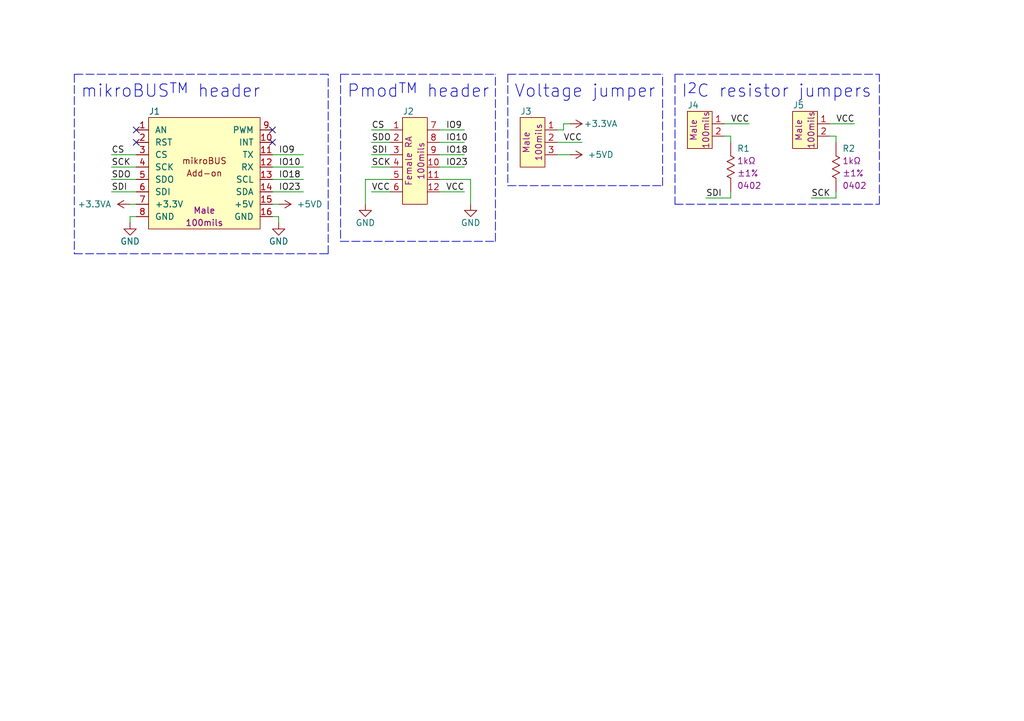
<source format=kicad_sch>
(kicad_sch (version 20211123) (generator eeschema)
  (paper "A5")
  (title_block (title "${title}") (date "${year}-${month}-${day}") (rev "${rev}") (company "${company}") (comment 1 "${author}"))
  (lib_symbols
    (symbol "connaxio-connectors:CON_HDR_100MILS_F_TH_RA_2X6" (pin_names (offset 1.27) hide)
      (property "Reference" "J" (at 0 1.27 0))
      (property "Property" "100mils" (at 3.81 -8.89 90))
      (property "Note" "Female RA" (at 1.27 -8.89 90))
      (symbol "CON_HDR_100MILS_F_TH_RA_2X6_0_1"
        (rectangle (start 0 0) (end 5.08 -17.78) (fill (type background)))
      )
      (symbol "CON_HDR_100MILS_F_TH_RA_2X6_1_1"
        (pin passive line (at -2.54 -2.54 0) (length 2.54) (name "1") (number "1"))
        (pin passive line (at 7.62 -10.16 180) (length 2.54) (name "10") (number "10"))
        (pin passive line (at 7.62 -12.7 180) (length 2.54) (name "11") (number "11"))
        (pin passive line (at 7.62 -15.24 180) (length 2.54) (name "12") (number "12"))
        (pin passive line (at -2.54 -5.08 0) (length 2.54) (name "2") (number "2"))
        (pin passive line (at -2.54 -7.62 0) (length 2.54) (name "3") (number "3"))
        (pin passive line (at -2.54 -10.16 0) (length 2.54) (name "4") (number "4"))
        (pin passive line (at -2.54 -12.7 0) (length 2.54) (name "5") (number "5"))
        (pin passive line (at -2.54 -15.24 0) (length 2.54) (name "6") (number "6"))
        (pin passive line (at 7.62 -2.54 180) (length 2.54) (name "7") (number "7"))
        (pin passive line (at 7.62 -5.08 180) (length 2.54) (name "8") (number "8"))
        (pin passive line (at 7.62 -7.62 180) (length 2.54) (name "9") (number "9"))
      )
    )
    (symbol "connaxio-connectors:CON_HDR_100MILS_M_TH_1X2" (pin_names (offset 1.27) hide)
      (property "Reference" "J" (at 0 1.27 0))
      (property "Property" "100mils" (at 3.81 -3.81 90))
      (property "Note" "Male" (at 1.27 -3.81 90))
      (symbol "CON_HDR_100MILS_M_TH_1X2_0_1"
        (rectangle (start 0 0) (end 5.08 -7.62) (fill (type background)))
      )
      (symbol "CON_HDR_100MILS_M_TH_1X2_1_1"
        (pin passive line (at 7.62 -2.54 180) (length 2.54) (name "1") (number "1"))
        (pin passive line (at 7.62 -5.08 180) (length 2.54) (name "2") (number "2"))
      )
    )
    (symbol "connaxio-connectors:CON_HDR_100MILS_M_TH_1X3" (pin_names (offset 1.27) hide)
      (property "Reference" "J" (at 0 1.27 0))
      (property "Property" "100mils" (at 3.81 -5.08 90))
      (property "Note" "Male" (at 1.27 -5.08 90))
      (symbol "CON_HDR_100MILS_M_TH_1X3_0_1"
        (rectangle (start 0 0) (end 5.08 -10.16) (fill (type background)))
      )
      (symbol "CON_HDR_100MILS_M_TH_1X3_1_1"
        (pin passive line (at 7.62 -2.54 180) (length 2.54) (name "1") (number "1"))
        (pin passive line (at 7.62 -5.08 180) (length 2.54) (name "2") (number "2"))
        (pin passive line (at 7.62 -7.62 180) (length 2.54) (name "3") (number "3"))
      )
    )
    (symbol "connaxio-connectors:CON_HDR_MIKROBUS_ADDON_TH" (pin_names (offset 1.27))
      (property "Reference" "J" (at 0 1.27 0))
      (property "Property" "100mils" (at 11.43 -21.59 0))
      (property "Note" "Male" (at 11.43 -19.05 0))
      (symbol "CON_HDR_MIKROBUS_ADDON_TH_0_0"
        (text "Add-on" (at 11.43 -11.43 0) (effects (font (size 1.27 1.27))))
        (text "mikroBUS" (at 11.43 -8.89 0) (effects (font (size 1.27 1.27))))
      )
      (symbol "CON_HDR_MIKROBUS_ADDON_TH_0_1"
        (rectangle (start 0 0) (end 22.86 -22.86) (fill (type background)))
      )
      (symbol "CON_HDR_MIKROBUS_ADDON_TH_1_1"
        (pin passive line (at -2.54 -2.54 0) (length 2.54) (name "AN") (number "1"))
        (pin passive line (at 25.4 -5.08 180) (length 2.54) (name "INT") (number "10"))
        (pin passive line (at 25.4 -7.62 180) (length 2.54) (name "TX") (number "11"))
        (pin passive line (at 25.4 -10.16 180) (length 2.54) (name "RX") (number "12"))
        (pin passive line (at 25.4 -12.7 180) (length 2.54) (name "SCL") (number "13"))
        (pin passive line (at 25.4 -15.24 180) (length 2.54) (name "SDA") (number "14"))
        (pin passive line (at 25.4 -17.78 180) (length 2.54) (name "+5V") (number "15"))
        (pin passive line (at 25.4 -20.32 180) (length 2.54) (name "GND") (number "16"))
        (pin passive line (at -2.54 -5.08 0) (length 2.54) (name "RST") (number "2"))
        (pin passive line (at -2.54 -7.62 0) (length 2.54) (name "CS") (number "3"))
        (pin passive line (at -2.54 -10.16 0) (length 2.54) (name "SCK") (number "4"))
        (pin passive line (at -2.54 -12.7 0) (length 2.54) (name "SDO") (number "5"))
        (pin passive line (at -2.54 -15.24 0) (length 2.54) (name "SDI") (number "6"))
        (pin passive line (at -2.54 -17.78 0) (length 2.54) (name "+3.3V") (number "7"))
        (pin passive line (at -2.54 -20.32 0) (length 2.54) (name "GND") (number "8"))
        (pin passive line (at 25.4 -2.54 180) (length 2.54) (name "PWM") (number "9"))
      )
    )
    (symbol "connaxio-resistors:RES_1.00KΩ_1%_0402" (pin_numbers hide) (pin_names (offset 1.27) hide)
      (property "Reference" "R" (at 1.27 3.81 0))
      (property "Package" "0402" (at 1.27 -3.81 0))
      (property "Property" "1kΩ" (at 1.27 1.27 0))
      (property "Tolerance" "±1%" (at 1.27 -1.27 0))
      (symbol "RES_1.00KΩ_1%_0402_0_1"
        (polyline (pts (xy 0 3.302) (xy 0 3.302)))
        (polyline (pts (xy 0 2.286) (xy 0.762 1.905) (xy -0.762 1.143) (xy 0.762 0.381) (xy -0.762 -0.381) (xy 0.762 -1.143) (xy -0.762 -1.905) (xy 0 -2.286)))
      )
      (symbol "RES_1.00KΩ_1%_0402_1_1"
        (pin passive line (at 0 5.08 270) (length 2.794) (name "1") (number "1"))
        (pin passive line (at 0 -5.08 90) (length 2.794) (name "2") (number "2"))
      )
    )
    (symbol "power:+3.3VA" (power) (pin_names (offset 0))
      (property "Value" "+3.3VA" (at 0 3.556 0))
      (symbol "+3.3VA_0_1"
        (polyline (pts (xy -0.762 1.27) (xy 0 2.54)))
        (polyline (pts (xy 0 0) (xy 0 2.54)))
        (polyline (pts (xy 0 2.54) (xy 0.762 1.27)))
      )
      (symbol "+3.3VA_1_1"
        (pin power_in line (at 0 0 90) (length 0) hide (name "+3.3VA") (number "1"))
      )
    )
    (symbol "power:+5VD" (power) (pin_names (offset 0))
      (property "Value" "+5VD" (at 0 3.556 0))
      (symbol "+5VD_0_1"
        (polyline (pts (xy -0.762 1.27) (xy 0 2.54)))
        (polyline (pts (xy 0 0) (xy 0 2.54)))
        (polyline (pts (xy 0 2.54) (xy 0.762 1.27)))
      )
      (symbol "+5VD_1_1"
        (pin power_in line (at 0 0 90) (length 0) hide (name "+5VD") (number "1"))
      )
    )
    (symbol "power:GND" (power) (pin_names (offset 0))
      (property "Value" "GND" (at 0 -3.81 0))
      (symbol "GND_0_1"
        (polyline (pts (xy 0 0) (xy 0 -1.27) (xy 1.27 -1.27) (xy 0 -2.54) (xy -1.27 -1.27) (xy 0 -1.27)))
      )
      (symbol "GND_1_1"
        (pin power_in line (at 0 0 270) (length 0) hide (name "GND") (number "1"))
      )
    )
  )
  (no_connect (at 55.88 29.21))
  (no_connect (at 55.88 26.67))
  (no_connect (at 27.94 26.67))
  (no_connect (at 27.94 29.21))
  (wire (pts (xy 90.17 39.37) (xy 95.25 39.37)))
  (wire (pts (xy 55.88 39.37) (xy 62.23 39.37)))
  (wire (pts (xy 149.86 40.64) (xy 149.86 39.37)))
  (wire (pts (xy 116.84 31.75) (xy 114.3 31.75)))
  (wire (pts (xy 114.3 26.67) (xy 115.57 26.67)))
  (wire (pts (xy 22.86 31.75) (xy 27.94 31.75)))
  (wire (pts (xy 119.38 29.21) (xy 114.3 29.21)))
  (wire (pts (xy 90.17 29.21) (xy 95.25 29.21)))
  (wire (pts (xy 76.2 34.29) (xy 80.01 34.29)))
  (wire (pts (xy 149.86 27.94) (xy 149.86 29.21)))
  (wire (pts (xy 22.86 39.37) (xy 27.94 39.37)))
  (wire (pts (xy 76.2 26.67) (xy 80.01 26.67)))
  (wire (pts (xy 22.86 36.83) (xy 27.94 36.83)))
  (wire (pts (xy 55.88 36.83) (xy 62.23 36.83)))
  (wire (pts (xy 76.2 39.37) (xy 80.01 39.37)))
  (wire (pts (xy 74.93 36.83) (xy 80.01 36.83)))
  (wire (pts (xy 90.17 31.75) (xy 95.25 31.75)))
  (wire (pts (xy 55.88 31.75) (xy 62.23 31.75)))
  (wire (pts (xy 90.17 26.67) (xy 95.25 26.67)))
  (wire (pts (xy 55.88 44.45) (xy 57.15 44.45)))
  (wire (pts (xy 170.18 25.4) (xy 175.26 25.4)))
  (wire (pts (xy 171.45 27.94) (xy 171.45 29.21)))
  (wire (pts (xy 22.86 34.29) (xy 27.94 34.29)))
  (wire (pts (xy 55.88 41.91) (xy 57.15 41.91)))
  (wire (pts (xy 26.67 44.45) (xy 27.94 44.45)))
  (wire (pts (xy 96.52 36.83) (xy 90.17 36.83)))
  (polyline (pts (xy 138.43 15.24) (xy 180.34 15.24)))
  (polyline (pts (xy 101.6 49.53) (xy 101.6 15.24)))
  (polyline (pts (xy 104.14 38.1) (xy 135.89 38.1)))
  (polyline (pts (xy 180.34 41.91) (xy 180.34 15.24)))
  (wire (pts (xy 171.45 40.64) (xy 171.45 39.37)))
  (polyline (pts (xy 138.43 15.24) (xy 138.43 41.91)))
  (polyline (pts (xy 104.14 15.24) (xy 104.14 38.1)))
  (wire (pts (xy 148.59 25.4) (xy 153.67 25.4)))
  (polyline (pts (xy 15.24 15.24) (xy 15.24 52.07)))
  (wire (pts (xy 76.2 29.21) (xy 80.01 29.21)))
  (polyline (pts (xy 69.85 15.24) (xy 101.6 15.24)))
  (wire (pts (xy 170.18 27.94) (xy 171.45 27.94)))
  (polyline (pts (xy 135.89 38.1) (xy 135.89 15.24)))
  (wire (pts (xy 144.78 40.64) (xy 149.86 40.64)))
  (polyline (pts (xy 67.31 15.24) (xy 15.24 15.24)))
  (polyline (pts (xy 15.24 52.07) (xy 67.31 52.07)))
  (wire (pts (xy 115.57 26.67) (xy 115.57 25.4)))
  (wire (pts (xy 116.84 25.4) (xy 115.57 25.4)))
  (polyline (pts (xy 67.31 52.07) (xy 67.31 15.24)))
  (wire (pts (xy 74.93 41.91) (xy 74.93 36.83)))
  (wire (pts (xy 26.67 41.91) (xy 27.94 41.91)))
  (wire (pts (xy 96.52 41.91) (xy 96.52 36.83)))
  (wire (pts (xy 57.15 44.45) (xy 57.15 45.72)))
  (wire (pts (xy 166.37 40.64) (xy 171.45 40.64)))
  (wire (pts (xy 55.88 34.29) (xy 62.23 34.29)))
  (polyline (pts (xy 69.85 15.24) (xy 69.85 49.53)))
  (wire (pts (xy 26.67 45.72) (xy 26.67 44.45)))
  (polyline (pts (xy 104.14 15.24) (xy 135.89 15.24)))
  (wire (pts (xy 148.59 27.94) (xy 149.86 27.94)))
  (polyline (pts (xy 138.43 41.91) (xy 180.34 41.91)))
  (wire (pts (xy 90.17 34.29) (xy 95.25 34.29)))
  (polyline (pts (xy 69.85 49.53) (xy 101.6 49.53)))
  (wire (pts (xy 76.2 31.75) (xy 80.01 31.75)))
  (text "Voltage jumper" (at 105.41 20.32 0) (effects (font (size 2.54 2.54)) (justify left bottom)))
  (text "Pmod^{TM} header" (at 71.12 20.32 0) (effects (font (size 2.54 2.54)) (justify left bottom)))
  (text "mikroBUS^{TM} header" (at 16.51 20.32 0) (effects (font (size 2.54 2.54)) (justify left bottom)))
  (text "I^{2}C resistor jumpers" (at 139.7 20.32 0) (effects (font (size 2.54 2.54)) (justify left bottom)))
  (label "VCC" (at 171.45 25.4 0))
  (label "SDI" (at 76.2 31.75 0))
  (label "IO10" (at 57.15 34.29 0))
  (label "IO18" (at 91.44 31.75 0))
  (label "CS" (at 22.86 31.75 0))
  (label "SDO" (at 76.2 29.21 0))
  (label "IO9" (at 91.44 26.67 0))
  (label "IO10" (at 91.44 29.21 0))
  (label "CS" (at 76.2 26.67 0))
  (label "IO9" (at 57.15 31.75 0))
  (label "SCK" (at 166.37 40.64 0))
  (label "VCC" (at 91.44 39.37 0))
  (label "VCC" (at 149.86 25.4 0))
  (label "SCK" (at 22.86 34.29 0))
  (label "IO23" (at 57.15 39.37 0))
  (label "VCC" (at 119.38 29.21 180))
  (label "SDO" (at 22.86 36.83 0))
  (label "SDI" (at 22.86 39.37 0))
  (label "SDI" (at 144.78 40.64 0))
  (label "IO18" (at 57.15 36.83 0))
  (label "SCK" (at 76.2 34.29 0))
  (label "IO23" (at 91.44 34.29 0))
  (label "VCC" (at 76.2 39.37 0))
  (symbol (lib_id "connaxio-connectors:CON_HDR_100MILS_M_TH_1X3") (at 106.68 24.13 0) (unit 1)
    (property "Reference" "J3" (at 106.68 22.86 0) (effects (justify left)))
    (property "Value" "CON_HDR_100MILS_M_TH_1X3" (effects hide))
    (property "Footprint" "connaxio-connectors:CON_HDR_100MILS_M_TH_1X3" (effects hide))
    (property "Current" "3A" (effects hide))
    (property "Polarized" "No" (effects hide))
    (property "Temperature" "-40°C to +105°C" (effects hide))
    (property "Property" "100mils" (at 110.49 29.21 90))
    (property "Voltage" "350V" (effects hide))
    (property "Note" "Male" (at 107.95 29.21 90))
    (property "Package" "TH" (effects hide))
  )
  (symbol (lib_id "connaxio-resistors:RES_1.00KΩ_1%_0402") (at 171.45 34.29 0) (unit 1)
    (property "Reference" "R2" (at 172.72 30.48 0) (effects (justify left)))
    (property "Value" "RES_1.00KΩ_1%_0402" (effects hide))
    (property "Footprint" "connaxio-resistors:RES_0402_1005M" (effects hide))
    (property "Datasheet" "https://www.seielect.com/catalog/sei-rmcf_rmcp.pdf" (effects hide))
    (property "Manufacturer" "Stackpole Electronics Inc" (effects hide))
    (property "Manufacturer Part Number" "RMCF0402FT1K00" (effects hide))
    (property "Package" "0402" (at 172.72 38.1 0) (effects (justify left)))
    (property "Polarized" "No" (effects hide))
    (property "Power" "1/16W" (effects hide))
    (property "Property" "1kΩ" (at 172.72 33.02 0) (effects (justify left)))
    (property "Temperature" "-55°C to +155°C" (effects hide))
    (property "Tolerance" "±1%" (at 172.72 35.56 0) (effects (justify left)))
    (property "Voltage" "50V" (effects hide))
  )
  (symbol (lib_id "connaxio-resistors:RES_1.00KΩ_1%_0402") (at 149.86 34.29 0) (unit 1)
    (property "Reference" "R1" (at 151.13 30.48 0) (effects (justify left)))
    (property "Value" "RES_1.00KΩ_1%_0402" (effects hide))
    (property "Footprint" "connaxio-resistors:RES_0402_1005M" (effects hide))
    (property "Datasheet" "https://www.seielect.com/catalog/sei-rmcf_rmcp.pdf" (effects hide))
    (property "Manufacturer" "Stackpole Electronics Inc" (effects hide))
    (property "Manufacturer Part Number" "RMCF0402FT1K00" (effects hide))
    (property "Package" "0402" (at 151.13 38.1 0) (effects (justify left)))
    (property "Polarized" "No" (effects hide))
    (property "Power" "1/16W" (effects hide))
    (property "Property" "1kΩ" (at 151.13 33.02 0) (effects (justify left)))
    (property "Temperature" "-55°C to +155°C" (effects hide))
    (property "Tolerance" "±1%" (at 151.13 35.56 0) (effects (justify left)))
    (property "Voltage" "50V" (effects hide))
  )
  (symbol (lib_id "connaxio-connectors:CON_HDR_100MILS_M_TH_1X2") (at 162.56 22.86 0) (unit 1)
    (property "Reference" "J5" (at 162.56 21.59 0) (effects (justify left)))
    (property "Value" "CON_HDR_100MILS_M_TH_1X2" (effects hide))
    (property "Footprint" "connaxio-connectors:CON_HDR_100MILS_M_TH_1X2" (effects hide))
    (property "Current" "3A" (effects hide))
    (property "Polarized" "No" (effects hide))
    (property "Temperature" "-40°C to +105°C" (effects hide))
    (property "Property" "100mils" (at 166.37 26.67 90))
    (property "Voltage" "350V" (effects hide))
    (property "Note" "Male" (at 163.83 26.67 90))
    (property "Package" "TH" (effects hide))
  )
  (symbol (lib_id "power:+3.3VA") (at 116.84 25.4 270) (unit 1)
    (property "Reference" "#PWR07" (effects hide))
    (property "Value" "+3.3VA" (at 123.19 25.4 90))
  )
  (symbol (lib_id "connaxio-connectors:CON_HDR_MIKROBUS_ADDON_TH") (at 30.48 24.13 0) (unit 1)
    (property "Reference" "J1" (at 30.48 22.86 0) (effects (justify left)))
    (property "Value" "CON_HDR_MIKROBUS_ADDON_TH" (effects hide))
    (property "Footprint" "connaxio-connectors:CON_HDR_MIKROBUS_ADDON_TH" (effects hide))
    (property "Current" "3A" (effects hide))
    (property "Polarized" "No" (effects hide))
    (property "Temperature" "-40°C to +105°C" (effects hide))
    (property "Property" "100mils" (at 41.91 45.72 0))
    (property "Voltage" "350V" (effects hide))
    (property "Note" "Male" (at 41.91 43.18 0))
    (property "Package" "TH" (effects hide))
  )
  (symbol (lib_id "power:+5VD") (at 116.84 31.75 270) (unit 1)
    (property "Reference" "#PWR08" (effects hide))
    (property "Value" "+5VD" (at 123.19 31.75 90))
  )
  (symbol (lib_id "power:GND") (at 26.67 45.72 0) (unit 1)
    (property "Reference" "#PWR02" (effects hide))
    (property "Value" "GND" (at 26.67 49.53 0))
  )
  (symbol (lib_id "connaxio-connectors:CON_HDR_100MILS_F_TH_RA_2X6") (at 82.55 24.13 0) (unit 1)
    (property "Reference" "J2" (at 82.55 22.86 0) (effects (justify left)))
    (property "Value" "CON_HDR_100MILS_F_TH_RA_2X6" (effects hide))
    (property "Footprint" "connaxio-connectors:CON_HDR_100MILS_F_TH_RA_2X6" (effects hide))
    (property "Current" "3A" (effects hide))
    (property "Polarized" "No" (effects hide))
    (property "Temperature" "-40°C to +105°C" (effects hide))
    (property "Property" "100mils" (at 86.36 33.02 90))
    (property "Voltage" "350V" (effects hide))
    (property "Note" "Female RA" (at 83.82 33.02 90))
    (property "Package" "TH" (effects hide))
  )
  (symbol (lib_id "connaxio-connectors:CON_HDR_100MILS_M_TH_1X2") (at 140.97 22.86 0) (unit 1)
    (property "Reference" "J4" (at 140.97 21.59 0) (effects (justify left)))
    (property "Value" "CON_HDR_100MILS_M_TH_1X2" (effects hide))
    (property "Footprint" "connaxio-connectors:CON_HDR_100MILS_M_TH_1X2" (effects hide))
    (property "Current" "3A" (effects hide))
    (property "Polarized" "No" (effects hide))
    (property "Temperature" "-40°C to +105°C" (effects hide))
    (property "Property" "100mils" (at 144.78 26.67 90))
    (property "Voltage" "350V" (effects hide))
    (property "Note" "Male" (at 142.24 26.67 90))
    (property "Package" "TH" (effects hide))
  )
  (symbol (lib_id "power:GND") (at 57.15 45.72 0) (unit 1)
    (property "Reference" "#PWR04" (effects hide))
    (property "Value" "GND" (at 57.15 49.53 0))
  )
  (symbol (lib_id "power:GND") (at 74.93 41.91 0) (unit 1)
    (property "Reference" "#PWR05" (effects hide))
    (property "Value" "GND" (at 74.93 45.72 0))
  )
  (symbol (lib_id "power:+3.3VA") (at 26.67 41.91 90) (unit 1)
    (property "Reference" "#PWR01" (effects hide))
    (property "Value" "+3.3VA" (at 22.86 41.91 90) (effects (justify left)))
  )
  (symbol (lib_id "power:GND") (at 96.52 41.91 0) (mirror y) (unit 1)
    (property "Reference" "#PWR06" (effects hide))
    (property "Value" "GND" (at 96.52 45.72 0))
  )
  (symbol (lib_id "power:+5VD") (at 57.15 41.91 270) (unit 1)
    (property "Reference" "#PWR03" (effects hide))
    (property "Value" "+5VD" (at 63.5 41.91 90))
  )
)
</source>
